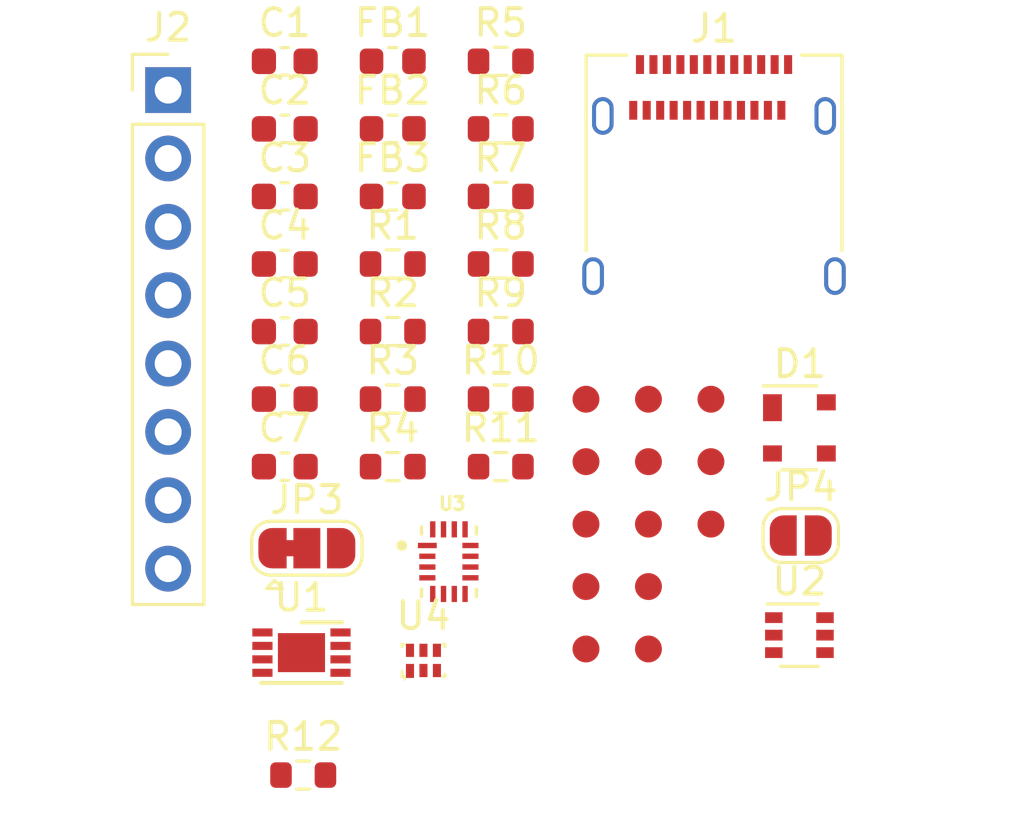
<source format=kicad_pcb>
(kicad_pcb (version 20221018) (generator pcbnew)
  (layers (0 "F.Cu" signal) (31 "B.Cu" signal) (34 "B.Paste" user) (35 "F.Paste" user) (36 "B.SilkS" user "B.Silkscreen") (37 "F.SilkS" user "F.Silkscreen") (38 "B.Mask" user) (39 "F.Mask" user) (44 "Edge.Cuts" user))
  (net 0 "")
  (net 1 "/SHIELD")
  (net 2 "GND")
  (net 3 "/VBUS_CONN")
  (net 4 "VBUS")
  (net 5 "VCC")
  (net 6 "/USB_D+")
  (net 7 "/USB_D-")
  (net 8 "/USB_GND")
  (net 9 "/TX+")
  (net 10 "/TX-")
  (net 11 "Net-(J1-CC1)")
  (net 12 "/SBU")
  (net 13 "/RX-")
  (net 14 "/RX+")
  (net 15 "Net-(J1-CC2)")
  (net 16 "/DAM_RX+")
  (net 17 "/DAM_RX-")
  (net 18 "/VTARGET")
  (net 19 "Net-(JP3-B)")
  (net 20 "/DAM_EN")
  (net 21 "/CC1")
  (net 22 "/CC2")
  (net 23 "/CC1_AMP")
  (net 24 "Net-(U1A--)")
  (net 25 "Net-(U1B--)")
  (net 26 "/CC2_AMP")
  (net 27 "/SWDCLK")
  (net 28 "/SWDIO")
  (net 34 "/~{EN}")
  (footprint "tuna-f1sh/jbr-kicad/Misc.pretty:TestPoint_Pad_D1.0mm_Tight" (layer "F.Cu") (at 154.275 103.665)
    (fp_text reference "TP5" hide)
    (fp_text value "TestPoint")
    (pad "1" smd circle (at 0 0) (size 1 1) (layers "F.Cu" "F.Mask") (net 4 "VBUS"))
  )
  (footprint "Capacitor_SMD:C_0603_1608Metric" (layer "F.Cu") (at 143.09 94.38)
    (fp_text reference "C6" (at 0 -1.43) (layer "F.SilkS"))
    (fp_text value "100nF")
    (fp_line (start -0.14058 -0.51) (end 0.14058 -0.51) (stroke (width 0.12)) (layer "F.SilkS"))
    (fp_line (start -0.14058 0.51) (end 0.14058 0.51) (stroke (width 0.12)) (layer "F.SilkS"))
    (pad "1" smd roundrect (at -0.775 0) (size 0.9 0.95) (layers "F.Cu" "F.Paste" "F.Mask") (net 5 "VCC"))
    (pad "2" smd roundrect (at 0.775 0) (size 0.9 0.95) (layers "F.Cu" "F.Paste" "F.Mask") (net 2 "GND"))
  )
  (footprint "tuna-f1sh/jbr-kicad/Misc.pretty:TestPoint_Pad_D1.0mm_Tight" (layer "F.Cu") (at 156.595 103.665)
    (fp_text reference "TP10" hide)
    (fp_text value "TestPoint")
    (pad "1" smd circle (at 0 0) (size 1 1) (layers "F.Cu" "F.Mask") (net 28 "/SWDIO"))
  )
  (footprint "Resistor_SMD:R_0603_1608Metric" (layer "F.Cu") (at 151.11 86.85)
    (fp_text reference "R7" (at 0 -1.43) (layer "F.SilkS"))
    (fp_text value "680R")
    (fp_line (start -0.237258 -0.5225) (end 0.237258 -0.5225) (stroke (width 0.12)) (layer "F.SilkS"))
    (fp_line (start -0.237258 0.5225) (end 0.237258 0.5225) (stroke (width 0.12)) (layer "F.SilkS"))
    (pad "1" smd roundrect (at -0.825 0) (size 0.8 0.95) (layers "F.Cu" "F.Paste" "F.Mask") (net 15 "Net-(J1-CC2)"))
    (pad "2" smd roundrect (at 0.825 0) (size 0.8 0.95) (layers "F.Cu" "F.Paste" "F.Mask") (net 22 "/CC2"))
  )
  (footprint "tuna-f1sh/jbr-kicad/Misc.pretty:TestPoint_Pad_D1.0mm_Tight" (layer "F.Cu") (at 158.915 96.705)
    (fp_text reference "TP12" hide)
    (fp_text value "TestPoint")
    (pad "1" smd circle (at 0 0) (size 1 1) (layers "F.Cu" "F.Mask") (net 21 "/CC1"))
  )
  (footprint "Capacitor_SMD:C_0603_1608Metric" (layer "F.Cu") (at 143.09 81.83)
    (fp_text reference "C1" (at 0 -1.43) (layer "F.SilkS"))
    (fp_text value "10nF")
    (fp_line (start -0.14058 -0.51) (end 0.14058 -0.51) (stroke (width 0.12)) (layer "F.SilkS"))
    (fp_line (start -0.14058 0.51) (end 0.14058 0.51) (stroke (width 0.12)) (layer "F.SilkS"))
    (pad "1" smd roundrect (at -0.775 0) (size 0.9 0.95) (layers "F.Cu" "F.Paste" "F.Mask") (net 1 "/SHIELD"))
    (pad "2" smd roundrect (at 0.775 0) (size 0.9 0.95) (layers "F.Cu" "F.Paste" "F.Mask") (net 2 "GND"))
  )
  (footprint "Resistor_SMD:R_0603_1608Metric" (layer "F.Cu") (at 147.1 94.38)
    (fp_text reference "R3" (at 0 -1.43) (layer "F.SilkS"))
    (fp_text value "5k1")
    (fp_line (start -0.237258 -0.5225) (end 0.237258 -0.5225) (stroke (width 0.12)) (layer "F.SilkS"))
    (fp_line (start -0.237258 0.5225) (end 0.237258 0.5225) (stroke (width 0.12)) (layer "F.SilkS"))
    (pad "1" smd roundrect (at -0.825 0) (size 0.8 0.95) (layers "F.Cu" "F.Paste" "F.Mask") (net 15 "Net-(J1-CC2)"))
    (pad "2" smd roundrect (at 0.825 0) (size 0.8 0.95) (layers "F.Cu" "F.Paste" "F.Mask") (net 2 "GND"))
  )
  (footprint "tuna-f1sh/jbr-kicad/Misc.pretty:TestPoint_Pad_D1.0mm_Tight" (layer "F.Cu") (at 154.275 99.025)
    (fp_text reference "TP3" hide)
    (fp_text value "TestPoint")
    (pad "1" smd circle (at 0 0) (size 1 1) (layers "F.Cu" "F.Mask") (net 10 "/TX-"))
  )
  (footprint "Resistor_SMD:R_0603_1608Metric" (layer "F.Cu") (at 151.11 96.89)
    (fp_text reference "R11" (at 0 -1.43) (layer "F.SilkS"))
    (fp_text value "10K")
    (fp_line (start -0.237258 -0.5225) (end 0.237258 -0.5225) (stroke (width 0.12)) (layer "F.SilkS"))
    (fp_line (start -0.237258 0.5225) (end 0.237258 0.5225) (stroke (width 0.12)) (layer "F.SilkS"))
    (pad "1" smd roundrect (at -0.825 0) (size 0.8 0.95) (layers "F.Cu" "F.Paste" "F.Mask") (net 26 "/CC2_AMP"))
    (pad "2" smd roundrect (at 0.825 0) (size 0.8 0.95) (layers "F.Cu" "F.Paste" "F.Mask") (net 25 "Net-(U1B--)"))
  )
  (footprint "Capacitor_SMD:C_0603_1608Metric" (layer "F.Cu") (at 143.09 84.34)
    (fp_text reference "C2" (at 0 -1.43) (layer "F.SilkS"))
    (fp_text value "10nF")
    (fp_line (start -0.14058 -0.51) (end 0.14058 -0.51) (stroke (width 0.12)) (layer "F.SilkS"))
    (fp_line (start -0.14058 0.51) (end 0.14058 0.51) (stroke (width 0.12)) (layer "F.SilkS"))
    (pad "1" smd roundrect (at -0.775 0) (size 0.9 0.95) (layers "F.Cu" "F.Paste" "F.Mask") (net 3 "/VBUS_CONN"))
    (pad "2" smd roundrect (at 0.775 0) (size 0.9 0.95) (layers "F.Cu" "F.Paste" "F.Mask") (net 2 "GND"))
  )
  (footprint "Capacitor_SMD:C_0603_1608Metric" (layer "F.Cu") (at 143.09 86.85)
    (fp_text reference "C3" (at 0 -1.43) (layer "F.SilkS"))
    (fp_text value "1uF")
    (fp_line (start -0.14058 -0.51) (end 0.14058 -0.51) (stroke (width 0.12)) (layer "F.SilkS"))
    (fp_line (start -0.14058 0.51) (end 0.14058 0.51) (stroke (width 0.12)) (layer "F.SilkS"))
    (pad "1" smd roundrect (at -0.775 0) (size 0.9 0.95) (layers "F.Cu" "F.Paste" "F.Mask") (net 3 "/VBUS_CONN"))
    (pad "2" smd roundrect (at 0.775 0) (size 0.9 0.95) (layers "F.Cu" "F.Paste" "F.Mask") (net 2 "GND"))
  )
  (footprint "Connector_USB:USB_C_Receptacle_Amphenol_12401610E4-2A" (layer "F.Cu") (at 159.03 86.97)
    (fp_text reference "J1" (at 0 -6.36) (layer "F.SilkS"))
    (fp_text value "USB_C_Receptacle")
    (fp_line (start -4.75 -5.37) (end -4.75 1.89) (stroke (width 0.12)) (layer "F.SilkS"))
    (fp_line (start -4.75 -5.37) (end -3.25 -5.37) (stroke (width 0.12)) (layer "F.SilkS"))
    (fp_line (start 3.25 -5.37) (end 4.75 -5.37) (stroke (width 0.12)) (layer "F.SilkS"))
    (fp_line (start 4.75 -5.37) (end 4.75 1.89) (stroke (width 0.12)) (layer "F.SilkS"))
    (pad "" np_thru_hole circle (at -3.6 -4.36) (size 0.65 0.65) (drill 0.65) (layers "*.Cu" "*.Mask"))
    (pad "" np_thru_hole oval (at 3.6 -4.36) (size 0.95 0.65) (drill oval 0.95 0.65) (layers "*.Cu" "*.Mask"))
    (pad "A1" smd rect (at -2.75 -5.02) (size 0.3 0.7) (layers "F.Cu" "F.Paste" "F.Mask") (net 8 "/USB_GND"))
    (pad "A2" smd rect (at -2.25 -5.02) (size 0.3 0.7) (layers "F.Cu" "F.Paste" "F.Mask") (net 9 "/TX+"))
    (pad "A3" smd rect (at -1.75 -5.02) (size 0.3 0.7) (layers "F.Cu" "F.Paste" "F.Mask") (net 10 "/TX-"))
    (pad "A4" smd rect (at -1.25 -5.02) (size 0.3 0.7) (layers "F.Cu" "F.Paste" "F.Mask") (net 3 "/VBUS_CONN"))
    (pad "A5" smd rect (at -0.75 -5.02) (size 0.3 0.7) (layers "F.Cu" "F.Paste" "F.Mask") (net 11 "Net-(J1-CC1)"))
    (pad "A6" smd rect (at -0.25 -5.02) (size 0.3 0.7) (layers "F.Cu" "F.Paste" "F.Mask") (net 6 "/USB_D+"))
    (pad "A7" smd rect (at 0.25 -5.02) (size 0.3 0.7) (layers "F.Cu" "F.Paste" "F.Mask") (net 7 "/USB_D-"))
    (pad "A8" smd rect (at 0.75 -5.02) (size 0.3 0.7) (layers "F.Cu" "F.Paste" "F.Mask") (net 12 "/SBU"))
    (pad "A9" smd rect (at 1.25 -5.02) (size 0.3 0.7) (layers "F.Cu" "F.Paste" "F.Mask") (net 3 "/VBUS_CONN"))
    (pad "A10" smd rect (at 1.75 -5.02) (size 0.3 0.7) (layers "F.Cu" "F.Paste" "F.Mask") (net 13 "/RX-"))
    (pad "A11" smd rect (at 2.25 -5.02) (size 0.3 0.7) (layers "F.Cu" "F.Paste" "F.Mask") (net 14 "/RX+"))
    (pad "A12" smd rect (at 2.75 -5.02) (size 0.3 0.7) (layers "F.Cu" "F.Paste" "F.Mask") (net 8 "/USB_GND"))
    (pad "B1" smd rect (at 2.5 -3.32) (size 0.3 0.7) (layers "F.Cu" "F.Paste" "F.Mask") (net 8 "/USB_GND"))
    (pad "B2" smd rect (at 2 -3.32) (size 0.3 0.7) (layers "F.Cu" "F.Paste" "F.Mask") (net 9 "/TX+"))
    (pad "B3" smd rect (at 1.5 -3.32) (size 0.3 0.7) (layers "F.Cu" "F.Paste" "F.Mask") (net 10 "/TX-"))
    (pad "B4" smd rect (at 1 -3.32) (size 0.3 0.7) (layers "F.Cu" "F.Paste" "F.Mask") (net 3 "/VBUS_CONN"))
    (pad "B5" smd rect (at 0.5 -3.32) (size 0.3 0.7) (layers "F.Cu" "F.Paste" "F.Mask") (net 15 "Net-(J1-CC2)"))
    (pad "B6" smd rect (at 0 -3.32) (size 0.3 0.7) (layers "F.Cu" "F.Paste" "F.Mask") (net 6 "/USB_D+"))
    (pad "B7" smd rect (at -0.5 -3.32) (size 0.3 0.7) (layers "F.Cu" "F.Paste" "F.Mask") (net 7 "/USB_D-"))
    (pad "B8" smd rect (at -1 -3.32) (size 0.3 0.7) (layers "F.Cu" "F.Paste" "F.Mask") (net 12 "/SBU"))
    (pad "B9" smd rect (at -1.5 -3.32) (size 0.3 0.7) (layers "F.Cu" "F.Paste" "F.Mask") (net 3 "/VBUS_CONN"))
    (pad "B10" smd rect (at -2 -3.32) (size 0.3 0.7) (layers "F.Cu" "F.Paste" "F.Mask") (net 13 "/RX-"))
    (pad "B11" smd rect (at -2.5 -3.32) (size 0.3 0.7) (layers "F.Cu" "F.Paste" "F.Mask") (net 14 "/RX+"))
    (pad "B12" smd rect (at -3 -3.32) (size 0.3 0.7) (layers "F.Cu" "F.Paste" "F.Mask") (net 8 "/USB_GND"))
    (pad "S1" thru_hole oval (at -4.49 2.84) (size 0.8 1.4) (drill oval 0.5 1.1) (layers "*.Cu" "*.Mask") (net 1 "/SHIELD"))
    (pad "S1" thru_hole oval (at -4.13 -3.11) (size 0.8 1.4) (drill oval 0.5 1.1) (layers "*.Cu" "*.Mask") (net 1 "/SHIELD"))
    (pad "S1" thru_hole oval (at 4.13 -3.11) (size 0.8 1.4) (drill oval 0.5 1.1) (layers "*.Cu" "*.Mask") (net 1 "/SHIELD"))
    (pad "S1" thru_hole oval (at 4.49 2.84) (size 0.8 1.4) (drill oval 0.5 1.1) (layers "*.Cu" "*.Mask") (net 1 "/SHIELD"))
  )
  (footprint "Resistor_SMD:R_0603_1608Metric" (layer "F.Cu") (at 147.1 91.87)
    (fp_text reference "R2" (at 0 -1.43) (layer "F.SilkS"))
    (fp_text value "5k1")
    (fp_line (start -0.237258 -0.5225) (end 0.237258 -0.5225) (stroke (width 0.12)) (layer "F.SilkS"))
    (fp_line (start -0.237258 0.5225) (end 0.237258 0.5225) (stroke (width 0.12)) (layer "F.SilkS"))
    (pad "1" smd roundrect (at -0.825 0) (size 0.8 0.95) (layers "F.Cu" "F.Paste" "F.Mask") (net 11 "Net-(J1-CC1)"))
    (pad "2" smd roundrect (at 0.825 0) (size 0.8 0.95) (layers "F.Cu" "F.Paste" "F.Mask") (net 2 "GND"))
  )
  (footprint "Capacitor_SMD:C_0603_1608Metric" (layer "F.Cu") (at 143.09 96.89)
    (fp_text reference "C7" (at 0 -1.43) (layer "F.SilkS"))
    (fp_text value "100nF")
    (fp_line (start -0.14058 -0.51) (end 0.14058 -0.51) (stroke (width 0.12)) (layer "F.SilkS"))
    (fp_line (start -0.14058 0.51) (end 0.14058 0.51) (stroke (width 0.12)) (layer "F.SilkS"))
    (pad "1" smd roundrect (at -0.775 0) (size 0.9 0.95) (layers "F.Cu" "F.Paste" "F.Mask") (net 5 "VCC"))
    (pad "2" smd roundrect (at 0.775 0) (size 0.9 0.95) (layers "F.Cu" "F.Paste" "F.Mask") (net 2 "GND"))
  )
  (footprint "Package_TO_SOT_SMD:SOT-363_SC-70-6" (layer "F.Cu") (at 162.2 103.15)
    (fp_text reference "U2" (at 0 -2) (layer "F.SilkS"))
    (fp_text value "SiP32431DR3")
    (fp_line (start -0.7 1.16) (end 0.7 1.16) (stroke (width 0.12)) (layer "F.SilkS"))
    (fp_line (start 0.7 -1.16) (end -1.2 -1.16) (stroke (width 0.12)) (layer "F.SilkS"))
    (pad "1" smd rect (at -0.95 -0.65) (size 0.65 0.4) (layers "F.Cu" "F.Paste" "F.Mask") (net 18 "/VTARGET"))
    (pad "2" smd rect (at -0.95 0) (size 0.65 0.4) (layers "F.Cu" "F.Paste" "F.Mask") (net 2 "GND"))
    (pad "3" smd rect (at -0.95 0.65) (size 0.65 0.4) (layers "F.Cu" "F.Paste" "F.Mask") (net 20 "/DAM_EN"))
    (pad "4" smd rect (at 0.95 0.65) (size 0.65 0.4) (layers "F.Cu" "F.Paste" "F.Mask") (net 5 "VCC"))
    (pad "5" smd rect (at 0.95 0) (size 0.65 0.4) (layers "F.Cu" "F.Paste" "F.Mask") (net 2 "GND"))
    (pad "6" smd rect (at 0.95 -0.65) (size 0.65 0.4) (layers "F.Cu" "F.Paste" "F.Mask"))
  )
  (footprint "Inductor_SMD:L_0603_1608Metric" (layer "F.Cu") (at 147.1 81.83)
    (fp_text reference "FB1" (at 0 -1.43) (layer "F.SilkS"))
    (fp_text value "120R/0.55A")
    (fp_line (start -0.162779 -0.51) (end 0.162779 -0.51) (stroke (width 0.12)) (layer "F.SilkS"))
    (fp_line (start -0.162779 0.51) (end 0.162779 0.51) (stroke (width 0.12)) (layer "F.SilkS"))
    (pad "1" smd roundrect (at -0.7875 0) (size 0.875 0.95) (layers "F.Cu" "F.Paste" "F.Mask") (net 1 "/SHIELD"))
    (pad "2" smd roundrect (at 0.7875 0) (size 0.875 0.95) (layers "F.Cu" "F.Paste" "F.Mask") (net 2 "GND"))
  )
  (footprint "tuna-f1sh/jbr-kicad/Misc.pretty:TestPoint_Pad_D1.0mm_Tight" (layer "F.Cu") (at 158.915 99.025)
    (fp_text reference "TP13" hide)
    (fp_text value "TestPoint")
    (pad "1" smd circle (at 0 0) (size 1 1) (layers "F.Cu" "F.Mask") (net 22 "/CC2"))
  )
  (footprint "Resistor_SMD:R_0603_1608Metric" (layer "F.Cu") (at 151.11 81.83)
    (fp_text reference "R5" (at 0 -1.43) (layer "F.SilkS"))
    (fp_text value "680R")
    (fp_line (start -0.237258 -0.5225) (end 0.237258 -0.5225) (stroke (width 0.12)) (layer "F.SilkS"))
    (fp_line (start -0.237258 0.5225) (end 0.237258 0.5225) (stroke (width 0.12)) (layer "F.SilkS"))
    (pad "1" smd roundrect (at -0.825 0) (size 0.8 0.95) (layers "F.Cu" "F.Paste" "F.Mask") (net 11 "Net-(J1-CC1)"))
    (pad "2" smd roundrect (at 0.825 0) (size 0.8 0.95) (layers "F.Cu" "F.Paste" "F.Mask") (net 21 "/CC1"))
  )
  (footprint "Resistor_SMD:R_0603_1608Metric" (layer "F.Cu") (at 151.11 91.87)
    (fp_text reference "R9" (at 0 -1.43) (layer "F.SilkS"))
    (fp_text value "5k1")
    (fp_line (start -0.237258 -0.5225) (end 0.237258 -0.5225) (stroke (width 0.12)) (layer "F.SilkS"))
    (fp_line (start -0.237258 0.5225) (end 0.237258 0.5225) (stroke (width 0.12)) (layer "F.SilkS"))
    (pad "1" smd roundrect (at -0.825 0) (size 0.8 0.95) (layers "F.Cu" "F.Paste" "F.Mask") (net 24 "Net-(U1A--)"))
    (pad "2" smd roundrect (at 0.825 0) (size 0.8 0.95) (layers "F.Cu" "F.Paste" "F.Mask") (net 2 "GND"))
  )
  (footprint "Capacitor_SMD:C_0603_1608Metric" (layer "F.Cu") (at 143.09 89.36)
    (fp_text reference "C4" (at 0 -1.43) (layer "F.SilkS"))
    (fp_text value "100nF")
    (fp_line (start -0.14058 -0.51) (end 0.14058 -0.51) (stroke (width 0.12)) (layer "F.SilkS"))
    (fp_line (start -0.14058 0.51) (end 0.14058 0.51) (stroke (width 0.12)) (layer "F.SilkS"))
    (pad "1" smd roundrect (at -0.775 0) (size 0.9 0.95) (layers "F.Cu" "F.Paste" "F.Mask") (net 4 "VBUS"))
    (pad "2" smd roundrect (at 0.775 0) (size 0.9 0.95) (layers "F.Cu" "F.Paste" "F.Mask") (net 2 "GND"))
  )
  (footprint "tuna-f1sh/jbr-kicad/Misc.pretty:TestPoint_Pad_D1.0mm_Tight" (layer "F.Cu") (at 156.595 96.705)
    (fp_text reference "TP7" hide)
    (fp_text value "TestPoint")
    (pad "1" smd circle (at 0 0) (size 1 1) (layers "F.Cu" "F.Mask") (net 13 "/RX-"))
  )
  (footprint "tuna-f1sh/jbr-kicad/Misc.pretty:TestPoint_Pad_D1.0mm_Tight" (layer "F.Cu") (at 156.595 94.385)
    (fp_text reference "TP6" hide)
    (fp_text value "TestPoint")
    (pad "1" smd circle (at 0 0) (size 1 1) (layers "F.Cu" "F.Mask") (net 16 "/DAM_RX+"))
  )
  (footprint "tuna-f1sh/jbr-kicad/Misc.pretty:TestPoint_Pad_D1.0mm_Tight" (layer "F.Cu") (at 156.595 101.345)
    (fp_text reference "TP9" hide)
    (fp_text value "TestPoint")
    (pad "1" smd circle (at 0 0) (size 1 1) (layers "F.Cu" "F.Mask") (net 27 "/SWDCLK"))
  )
  (footprint "Package_TO_SOT_SMD:SOT-143" (layer "F.Cu") (at 162.2 95.45)
    (fp_text reference "D1" (at 0.02 -2.38) (layer "F.SilkS"))
    (fp_text value "PRTR5V0U2X")
    (fp_line (start -0.65 1.56) (end 0.65 1.56) (stroke (width 0.12)) (layer "F.SilkS"))
    (fp_line (start 0.65 -1.56) (end -1.35 -1.56) (stroke (width 0.12)) (layer "F.SilkS"))
    (pad "1" smd rect (at -1 -0.75) (size 0.7 1) (layers "F.Cu" "F.Paste" "F.Mask") (net 2 "GND"))
    (pad "2" smd rect (at -1 0.95) (size 0.7 0.6) (layers "F.Cu" "F.Paste" "F.Mask") (net 6 "/USB_D+"))
    (pad "3" smd rect (at 1 0.95) (size 0.7 0.6) (layers "F.Cu" "F.Paste" "F.Mask") (net 7 "/USB_D-"))
    (pad "4" smd rect (at 1 -0.95) (size 0.7 0.6) (layers "F.Cu" "F.Paste" "F.Mask") (net 4 "VBUS"))
  )
  (footprint "Inductor_SMD:L_0603_1608Metric" (layer "F.Cu") (at 147.1 84.34)
    (fp_text reference "FB2" (at 0 -1.43) (layer "F.SilkS"))
    (fp_text value "120R/0.55A")
    (fp_line (start -0.162779 -0.51) (end 0.162779 -0.51) (stroke (width 0.12)) (layer "F.SilkS"))
    (fp_line (start -0.162779 0.51) (end 0.162779 0.51) (stroke (width 0.12)) (layer "F.SilkS"))
    (pad "1" smd roundrect (at -0.7875 0) (size 0.875 0.95) (layers "F.Cu" "F.Paste" "F.Mask") (net 3 "/VBUS_CONN"))
    (pad "2" smd roundrect (at 0.7875 0) (size 0.875 0.95) (layers "F.Cu" "F.Paste" "F.Mask") (net 4 "VBUS"))
  )
  (footprint "tuna-f1sh/jbr-kicad/Misc.pretty:TestPoint_Pad_D1.0mm_Tight" (layer "F.Cu") (at 154.275 94.385)
    (fp_text reference "TP1" hide)
    (fp_text value "TestPoint")
    (pad "1" smd circle (at 0 0) (size 1 1) (layers "F.Cu" "F.Mask") (net 12 "/SBU"))
  )
  (footprint "Resistor_SMD:R_0603_1608Metric" (layer "F.Cu") (at 147.1 96.89)
    (fp_text reference "R4" (at 0 -1.43) (layer "F.SilkS"))
    (fp_text value "22k")
    (fp_line (start -0.237258 -0.5225) (end 0.237258 -0.5225) (stroke (width 0.12)) (layer "F.SilkS"))
    (fp_line (start -0.237258 0.5225) (end 0.237258 0.5225) (stroke (width 0.12)) (layer "F.SilkS"))
    (pad "1" smd roundrect (at -0.825 0) (size 0.8 0.95) (layers "F.Cu" "F.Paste" "F.Mask") (net 20 "/DAM_EN"))
    (pad "2" smd roundrect (at 0.825 0) (size 0.8 0.95) (layers "F.Cu" "F.Paste" "F.Mask") (net 2 "GND"))
  )
  (footprint "tuna-f1sh/jbr-kicad/SnapEDA.pretty:IC_TMUX1574RSVR" (layer "F.Cu") (at 149.185 100.42)
    (fp_text reference "U3" (at 0.124 -2.1548) (layer "F.SilkS") (effects (font (size 0.48 0.48))))
    (fp_text value "TMUX1574RSVR")
    (fp_line (start -1.02 -1.3) (end -1.02 -1.02) (stroke (width 0.127)) (layer "F.SilkS"))
    (fp_line (start -1.02 1.02) (end -1.02 1.3) (stroke (width 0.127)) (layer "F.SilkS"))
    (fp_line (start 1.02 -1.3) (end 1.02 -1.02) (stroke (width 0.127)) (layer "F.SilkS"))
    (fp_line (start 1.02 1.02) (end 1.02 1.3) (stroke (width 0.127)) (layer "F.SilkS"))
    (fp_circle (center -1.75 -0.6) (end -1.65 -0.6) (stroke (width 0.2)) (fill none) (layer "F.SilkS"))
    (pad "1" smd roundrect (at -0.8 -0.6) (size 0.7 0.2) (layers "F.Cu" "F.Paste" "F.Mask") (roundrect_rratio 0.03) (net 9 "/TX+"))
    (pad "2" smd roundrect (at -0.8 -0.2) (size 0.6 0.2) (layers "F.Cu" "F.Paste" "F.Mask") (roundrect_rratio 0.03) (net 28 "/SWDIO"))
    (pad "3" smd roundrect (at -0.8 0.2) (size 0.6 0.2) (layers "F.Cu" "F.Paste" "F.Mask") (roundrect_rratio 0.03))
    (pad "4" smd roundrect (at -0.8 0.6) (size 0.6 0.2) (layers "F.Cu" "F.Paste" "F.Mask") (roundrect_rratio 0.03) (net 10 "/TX-"))
    (pad "5" smd roundrect (at -0.6 1.2) (size 0.2 0.6) (layers "F.Cu" "F.Paste" "F.Mask") (roundrect_rratio 0.07) (net 27 "/SWDCLK"))
    (pad "6" smd roundrect (at -0.2 1.2) (size 0.2 0.6) (layers "F.Cu" "F.Paste" "F.Mask") (roundrect_rratio 0.07) (net 2 "GND"))
    (pad "7" smd roundrect (at 0.2 1.2) (size 0.2 0.6) (layers "F.Cu" "F.Paste" "F.Mask") (roundrect_rratio 0.07) (net 16 "/DAM_RX+"))
    (pad "8" smd roundrect (at 0.6 1.2) (size 0.2 0.6) (layers "F.Cu" "F.Paste" "F.Mask") (roundrect_rratio 0.07) (net 14 "/RX+"))
    (pad "9" smd roundrect (at 0.8 0.6) (size 0.6 0.2) (layers "F.Cu" "F.Paste" "F.Mask") (roundrect_rratio 0.03))
    (pad "10" smd roundrect (at 0.8 0.2) (size 0.6 0.2) (layers "F.Cu" "F.Paste" "F.Mask") (roundrect_rratio 0.03) (net 17 "/DAM_RX-"))
    (pad "11" smd roundrect (at 0.8 -0.2) (size 0.6 0.2) (layers "F.Cu" "F.Paste" "F.Mask") (roundrect_rratio 0.03) (net 13 "/RX-"))
    (pad "12" smd roundrect (at 0.8 -0.6) (size 0.6 0.2) (layers "F.Cu" "F.Paste" "F.Mask") (roundrect_rratio 0.03))
    (pad "13" smd roundrect (at 0.6 -1.2) (size 0.2 0.6) (layers "F.Cu" "F.Paste" "F.Mask") (roundrect_rratio 0.07) (net 34 "/~{EN}"))
    (pad "14" smd roundrect (at 0.2 -1.2) (size 0.2 0.6) (layers "F.Cu" "F.Paste" "F.Mask") (roundrect_rratio 0.07) (net 5 "VCC"))
    (pad "15" smd roundrect (at -0.2 -1.2) (size 0.2 0.6) (layers "F.Cu" "F.Paste" "F.Mask") (roundrect_rratio 0.07) (net 20 "/DAM_EN"))
    (pad "16" smd roundrect (at -0.6 -1.2) (size 0.2 0.6) (layers "F.Cu" "F.Paste" "F.Mask") (roundrect_rratio 0.07))
  )
  (footprint "Package_DFN_QFN:DFN-8-1EP_3x2mm_P0.5mm_EP1.75x1.45mm" (layer "F.Cu") (at 143.71 103.8)
    (fp_text reference "U1" (at 0 -2.05) (layer "F.SilkS"))
    (fp_text value "MCP6002-xMC")
    (fp_line (start -1.5 1.125) (end 1.5 1.125) (stroke (width 0.15)) (layer "F.SilkS"))
    (fp_line (start 0 -1.125) (end 1.5 -1.125) (stroke (width 0.15)) (layer "F.SilkS"))
    (pad "1" smd rect (at -1.45 -0.75) (size 0.75 0.3) (layers "F.Cu" "F.Paste" "F.Mask") (net 23 "/CC1_AMP"))
    (pad "2" smd rect (at -1.45 -0.25) (size 0.75 0.3) (layers "F.Cu" "F.Paste" "F.Mask") (net 24 "Net-(U1A--)"))
    (pad "3" smd rect (at -1.45 0.25) (size 0.75 0.3) (layers "F.Cu" "F.Paste" "F.Mask") (net 21 "/CC1"))
    (pad "4" smd rect (at -1.45 0.75) (size 0.75 0.3) (layers "F.Cu" "F.Paste" "F.Mask") (net 2 "GND"))
    (pad "5" smd rect (at 1.45 0.75) (size 0.75 0.3) (layers "F.Cu" "F.Paste" "F.Mask") (net 22 "/CC2"))
    (pad "6" smd rect (at 1.45 0.25) (size 0.75 0.3) (layers "F.Cu" "F.Paste" "F.Mask") (net 25 "Net-(U1B--)"))
    (pad "7" smd rect (at 1.45 -0.25) (size 0.75 0.3) (layers "F.Cu" "F.Paste" "F.Mask") (net 26 "/CC2_AMP"))
    (pad "8" smd rect (at 1.45 -0.75) (size 0.75 0.3) (layers "F.Cu" "F.Paste" "F.Mask") (net 5 "VCC"))
    (pad "9" smd rect (at 0 0) (size 1.75 1.45) (layers "F.Cu" "F.Mask") (net 2 "GND"))
  )
  (footprint "digikey/digikey-kicad-library/digikey-footprints.pretty:UFDFN-6_1.45x1mm" (layer "F.Cu") (at 148.24 104.09)
    (fp_text reference "U4" (at 0 -1.66) (layer "F.SilkS"))
    (fp_text value "74LVC1G08")
    (fp_line (start -0.8 -0.6) (end -0.8 -0.5) (stroke (width 0.1)) (layer "F.SilkS"))
    (fp_line (start -0.8 0.4) (end -0.8 0.6) (stroke (width 0.1)) (layer "F.SilkS"))
    (fp_line (start -0.8 0.6) (end -0.7 0.6) (stroke (width 0.1)) (layer "F.SilkS"))
    (fp_line (start -0.7 -0.6) (end -0.8 -0.6) (stroke (width 0.1)) (layer "F.SilkS"))
    (fp_line (start -0.7 0.6) (end -0.7 0.7) (stroke (width 0.1)) (layer "F.SilkS"))
    (fp_line (start 0.7 -0.6) (end 0.8 -0.6) (stroke (width 0.1)) (layer "F.SilkS"))
    (fp_line (start 0.7 0.6) (end 0.8 0.6) (stroke (width 0.1)) (layer "F.SilkS"))
    (fp_line (start 0.8 -0.6) (end 0.8 -0.5) (stroke (width 0.1)) (layer "F.SilkS"))
    (fp_line (start 0.8 0.6) (end 0.8 0.5) (stroke (width 0.1)) (layer "F.SilkS"))
    (pad "1" smd rect (at -0.5 0.39) (size 0.3 0.52) (layers "F.Cu" "F.Paste" "F.Mask") (net 23 "/CC1_AMP"))
    (pad "2" smd rect (at 0 0.375) (size 0.3 0.49) (layers "F.Cu" "F.Paste" "F.Mask") (net 26 "/CC2_AMP"))
    (pad "3" smd rect (at 0.5 0.375) (size 0.3 0.49) (layers "F.Cu" "F.Paste" "F.Mask") (net 2 "GND"))
    (pad "4" smd rect (at 0.5 -0.375) (size 0.3 0.49) (layers "F.Cu" "F.Paste" "F.Mask") (net 20 "/DAM_EN"))
    (pad "5" smd rect (at 0 -0.375) (size 0.3 0.49) (layers "F.Cu" "F.Paste" "F.Mask") (net 5 "VCC"))
    (pad "6" smd rect (at -0.5 -0.375) (size 0.3 0.49) (layers "F.Cu" "F.Paste" "F.Mask"))
  )
  (footprint "Connector_PinHeader_2.54mm:PinHeader_1x08_P2.54mm_Vertical" (layer "F.Cu") (at 138.76 82.9)
    (fp_text reference "J2" (at 0 -2.33) (layer "F.SilkS"))
    (fp_text value "Conn_01x08_Pin")
    (fp_line (start -1.33 -1.33) (end 0 -1.33) (stroke (width 0.12)) (layer "F.SilkS"))
    (fp_line (start -1.33 0) (end -1.33 -1.33) (stroke (width 0.12)) (layer "F.SilkS"))
    (fp_line (start -1.33 1.27) (end -1.33 19.11) (stroke (width 0.12)) (layer "F.SilkS"))
    (fp_line (start -1.33 1.27) (end 1.33 1.27) (stroke (width 0.12)) (layer "F.SilkS"))
    (fp_line (start -1.33 19.11) (end 1.33 19.11) (stroke (width 0.12)) (layer "F.SilkS"))
    (fp_line (start 1.33 1.27) (end 1.33 19.11) (stroke (width 0.12)) (layer "F.SilkS"))
    (pad "1" thru_hole rect (at 0 0) (size 1.7 1.7) (drill 1) (layers "*.Cu" "*.Mask") (net 4 "VBUS"))
    (pad "2" thru_hole oval (at 0 2.54) (size 1.7 1.7) (drill 1) (layers "*.Cu" "*.Mask") (net 5 "VCC"))
    (pad "3" thru_hole oval (at 0 5.08) (size 1.7 1.7) (drill 1) (layers "*.Cu" "*.Mask") (net 28 "/SWDIO"))
    (pad "4" thru_hole oval (at 0 7.62) (size 1.7 1.7) (drill 1) (layers "*.Cu" "*.Mask") (net 27 "/SWDCLK"))
    (pad "5" thru_hole oval (at 0 10.16) (size 1.7 1.7) (drill 1) (layers "*.Cu" "*.Mask") (net 16 "/DAM_RX+"))
    (pad "6" thru_hole oval (at 0 12.7) (size 1.7 1.7) (drill 1) (layers "*.Cu" "*.Mask") (net 17 "/DAM_RX-"))
    (pad "7" thru_hole oval (at 0 15.24) (size 1.7 1.7) (drill 1) (layers "*.Cu" "*.Mask") (net 34 "/~{EN}"))
    (pad "8" thru_hole oval (at 0 17.78) (size 1.7 1.7) (drill 1) (layers "*.Cu" "*.Mask") (net 2 "GND"))
  )
  (footprint "Resistor_SMD:R_0603_1608Metric" (layer "F.Cu") (at 151.11 94.38)
    (fp_text reference "R10" (at 0 -1.43) (layer "F.SilkS"))
    (fp_text value "5k1")
    (fp_line (start -0.237258 -0.5225) (end 0.237258 -0.5225) (stroke (width 0.12)) (layer "F.SilkS"))
    (fp_line (start -0.237258 0.5225) (end 0.237258 0.5225) (stroke (width 0.12)) (layer "F.SilkS"))
    (pad "1" smd roundrect (at -0.825 0) (size 0.8 0.95) (layers "F.Cu" "F.Paste" "F.Mask") (net 25 "Net-(U1B--)"))
    (pad "2" smd roundrect (at 0.825 0) (size 0.8 0.95) (layers "F.Cu" "F.Paste" "F.Mask") (net 2 "GND"))
  )
  (footprint "Jumper:SolderJumper-2_P1.3mm_Open_RoundedPad1.0x1.5mm" (layer "F.Cu") (at 162.25 99.45)
    (fp_text reference "JP4" (at 0 -1.8) (layer "F.SilkS"))
    (fp_text value "SolderJumper_2_Open")
    (fp_line (start -1.4 0.3) (end -1.4 -0.3) (stroke (width 0.12)) (layer "F.SilkS"))
    (fp_line (start -0.7 -1) (end 0.7 -1) (stroke (width 0.12)) (layer "F.SilkS"))
    (fp_line (start 0.7 1) (end -0.7 1) (stroke (width 0.12)) (layer "F.SilkS"))
    (fp_line (start 1.4 -0.3) (end 1.4 0.3) (stroke (width 0.12)) (layer "F.SilkS"))
    (fp_arc (start -1.4 -0.3) (mid -1.194975 -0.794975) (end -0.7 -1) (stroke (width 0.12)) (layer "F.SilkS"))
    (fp_arc (start -0.7 1) (mid -1.194975 0.794975) (end -1.4 0.3) (stroke (width 0.12)) (layer "F.SilkS"))
    (fp_arc (start 0.7 -1) (mid 1.194975 -0.794975) (end 1.4 -0.3) (stroke (width 0.12)) (layer "F.SilkS"))
    (fp_arc (start 1.4 0.3) (mid 1.194975 0.794975) (end 0.7 1) (stroke (width 0.12)) (layer "F.SilkS"))
    (pad "1" smd custom (at -0.65 0) (size 1 0.5) (layers "F.Cu" "F.Mask") (net 5 "VCC") (options (clearance outline) (anchor rect)) (primitives (gr_circle (center 0 0.25) (end 0.5 0.25) (width 0) (fill yes)) (gr_circle (center 0 -0.25) (end 0.5 -0.25) (width 0) (fill yes)) (gr_poly (pts (xy 0.5 0.75) (xy 0 0.75) (xy 0 -0.75) (xy 0.5 -0.75)) (width 0) (fill yes))))
    (pad "2" smd custom (at 0.65 0) (size 1 0.5) (layers "F.Cu" "F.Mask") (net 18 "/VTARGET") (options (clearance outline) (anchor rect)) (primitives (gr_circle (center 0 0.25) (end 0.5 0.25) (width 0) (fill yes)) (gr_circle (center 0 -0.25) (end 0.5 -0.25) (width 0) (fill yes)) (gr_poly (pts (xy 0 0.75) (xy -0.5 0.75) (xy -0.5 -0.75) (xy 0 -0.75)) (width 0) (fill yes))))
  )
  (footprint "tuna-f1sh/jbr-kicad/Misc.pretty:TestPoint_Pad_D1.0mm_Tight" (layer "F.Cu") (at 156.595 99.025)
    (fp_text reference "TP8" hide)
    (fp_text value "TestPoint")
    (pad "1" smd circle (at 0 0) (size 1 1) (layers "F.Cu" "F.Mask") (net 14 "/RX+"))
  )
  (footprint "Resistor_SMD:R_0603_1608Metric" (layer "F.Cu") (at 143.775 108.35)
    (fp_text reference "R12" (at 0 -1.43) (layer "F.SilkS"))
    (fp_text value "22k")
    (fp_line (start -0.237258 -0.5225) (end 0.237258 -0.5225) (stroke (width 0.12)) (layer "F.SilkS"))
    (fp_line (start -0.237258 0.5225) (end 0.237258 0.5225) (stroke (width 0.12)) (layer "F.SilkS"))
    (pad "1" smd roundrect (at -0.825 0) (size 0.8 0.95) (layers "F.Cu" "F.Paste" "F.Mask") (net 34 "/~{EN}"))
    (pad "2" smd roundrect (at 0.825 0) (size 0.8 0.95) (layers "F.Cu" "F.Paste" "F.Mask") (net 2 "GND"))
  )
  (footprint "Resistor_SMD:R_0603_1608Metric" (layer "F.Cu") (at 151.11 84.34)
    (fp_text reference "R6" (at 0 -1.43) (layer "F.SilkS"))
    (fp_text value "680R")
    (fp_line (start -0.237258 -0.5225) (end 0.237258 -0.5225) (stroke (width 0.12)) (layer "F.SilkS"))
    (fp_line (start -0.237258 0.5225) (end 0.237258 0.5225) (stroke (width 0.12)) (layer "F.SilkS"))
    (pad "1" smd roundrect (at -0.825 0) (size 0.8 0.95) (layers "F.Cu" "F.Paste" "F.Mask") (net 19 "Net-(JP3-B)"))
    (pad "2" smd roundrect (at 0.825 0) (size 0.8 0.95) (layers "F.Cu" "F.Paste" "F.Mask") (net 20 "/DAM_EN"))
  )
  (footprint "Inductor_SMD:L_0603_1608Metric" (layer "F.Cu") (at 147.1 86.85)
    (fp_text reference "FB3" (at 0 -1.43) (layer "F.SilkS"))
    (fp_text value "120R/0.55A")
    (fp_line (start -0.162779 -0.51) (end 0.162779 -0.51) (stroke (width 0.12)) (layer "F.SilkS"))
    (fp_line (start -0.162779 0.51) (end 0.162779 0.51) (stroke (width 0.12)) (layer "F.SilkS"))
    (pad "1" smd roundrect (at -0.7875 0) (size 0.875 0.95) (layers "F.Cu" "F.Paste" "F.Mask") (net 8 "/USB_GND"))
    (pad "2" smd roundrect (at 0.7875 0) (size 0.875 0.95) (layers "F.Cu" "F.Paste" "F.Mask") (net 2 "GND"))
  )
  (footprint "tuna-f1sh/jbr-kicad/Misc.pretty:TestPoint_Pad_D1.0mm_Tight" (layer "F.Cu") (at 154.275 101.345)
    (fp_text reference "TP4" hide)
    (fp_text value "TestPoint")
    (pad "1" smd circle (at 0 0) (size 1 1) (layers "F.Cu" "F.Mask") (net 9 "/TX+"))
  )
  (footprint "Capacitor_SMD:C_0603_1608Metric" (layer "F.Cu") (at 143.09 91.87)
    (fp_text reference "C5" (at 0 -1.43) (layer "F.SilkS"))
    (fp_text value "100nF")
    (fp_line (start -0.14058 -0.51) (end 0.14058 -0.51) (stroke (width 0.12)) (layer "F.SilkS"))
    (fp_line (start -0.14058 0.51) (end 0.14058 0.51) (stroke (width 0.12)) (layer "F.SilkS"))
    (pad "1" smd roundrect (at -0.775 0) (size 0.9 0.95) (layers "F.Cu" "F.Paste" "F.Mask") (net 3 "/VBUS_CONN"))
    (pad "2" smd roundrect (at 0.775 0) (size 0.9 0.95) (layers "F.Cu" "F.Paste" "F.Mask") (net 2 "GND"))
  )
  (footprint "Resistor_SMD:R_0603_1608Metric" (layer "F.Cu") (at 151.11 89.36)
    (fp_text reference "R8" (at 0 -1.43) (layer "F.SilkS"))
    (fp_text value "10K")
    (fp_line (start -0.237258 -0.5225) (end 0.237258 -0.5225) (stroke (width 0.12)) (layer "F.SilkS"))
    (fp_line (start -0.237258 0.5225) (end 0.237258 0.5225) (stroke (width 0.12)) (layer "F.SilkS"))
    (pad "1" smd roundrect (at -0.825 0) (size 0.8 0.95) (layers "F.Cu" "F.Paste" "F.Mask") (net 23 "/CC1_AMP"))
    (pad "2" smd roundrect (at 0.825 0) (size 0.8 0.95) (layers "F.Cu" "F.Paste" "F.Mask") (net 24 "Net-(U1A--)"))
  )
  (footprint "tuna-f1sh/jbr-kicad/Misc.pretty:TestPoint_Pad_D1.0mm_Tight" (layer "F.Cu") (at 154.275 96.705)
    (fp_text reference "TP2" hide)
    (fp_text value "TestPoint")
    (pad "1" smd circle (at 0 0) (size 1 1) (layers "F.Cu" "F.Mask") (net 20 "/DAM_EN"))
  )
  (footprint "Jumper:SolderJumper-3_P1.3mm_Bridged12_RoundedPad1.0x1.5mm" (layer "F.Cu") (at 143.91 99.92)
    (fp_text reference "JP3" (at 0 -1.8) (layer "F.SilkS"))
    (fp_text value "SolderJumper_3_Bridged12")
    (fp_poly (pts (xy -0.9 -0.3) (xy -0.4 -0.3) (xy -0.4 0.3) (xy -0.9 0.3)) (fill solid) (layer "F.Cu"))
    (fp_line (start -2.05 0.3) (end -2.05 -0.3) (stroke (width 0.12)) (layer "F.SilkS"))
    (fp_line (start -1.5 1.5) (end -0.9 1.5) (stroke (width 0.12)) (layer "F.SilkS"))
    (fp_line (start -1.4 -1) (end 1.4 -1) (stroke (width 0.12)) (layer "F.SilkS"))
    (fp_line (start -1.2 1.2) (end -1.5 1.5) (stroke (width 0.12)) (layer "F.SilkS"))
    (fp_line (start -1.2 1.2) (end -0.9 1.5) (stroke (width 0.12)) (layer "F.SilkS"))
    (fp_line (start 1.4 1) (end -1.4 1) (stroke (width 0.12)) (layer "F.SilkS"))
    (fp_line (start 2.05 -0.3) (end 2.05 0.3) (stroke (width 0.12)) (layer "F.SilkS"))
    (fp_arc (start -2.05 -0.3) (mid -1.844975 -0.794975) (end -1.35 -1) (stroke (width 0.12)) (layer "F.SilkS"))
    (fp_arc (start -1.35 1) (mid -1.844975 0.794975) (end -2.05 0.3) (stroke (width 0.12)) (layer "F.SilkS"))
    (fp_arc (start 1.35 -1) (mid 1.844975 -0.794975) (end 2.05 -0.3) (stroke (width 0.12)) (layer "F.SilkS"))
    (fp_arc (start 2.05 0.3) (mid 1.844975 0.794975) (end 1.35 1) (stroke (width 0.12)) (layer "F.SilkS"))
    (pad "1" smd custom (at -1.3 0) (size 1 0.5) (layers "F.Cu" "F.Mask") (net 18 "/VTARGET") (options (clearance outline) (anchor rect)) (primitives (gr_circle (center 0 0.25) (end 0.5 0.25) (width 0) (fill yes)) (gr_circle (center 0 -0.25) (end 0.5 -0.25) (width 0) (fill yes)) (gr_poly (pts (xy 0.55 0.75) (xy 0 0.75) (xy 0 -0.75) (xy 0.55 -0.75)) (width 0) (fill yes))))
    (pad "2" smd rect (at 0 0) (size 1 1.5) (layers "F.Cu" "F.Mask") (net 12 "/SBU"))
    (pad "3" smd custom (at 1.3 0) (size 1 0.5) (layers "F.Cu" "F.Mask") (net 19 "Net-(JP3-B)") (options (clearance outline) (anchor rect)) (primitives (gr_circle (center 0 0.25) (end 0.5 0.25) (width 0) (fill yes)) (gr_circle (center 0 -0.25) (end 0.5 -0.25) (width 0) (fill yes)) (gr_poly (pts (xy 0 0.75) (xy -0.55 0.75) (xy -0.55 -0.75) (xy 0 -0.75)) (width 0) (fill yes))))
  )
  (footprint "Resistor_SMD:R_0603_1608Metric" (layer "F.Cu") (at 147.1 89.36)
    (fp_text reference "R1" (at 0 -1.43) (layer "F.SilkS"))
    (fp_text value "10K")
    (fp_line (start -0.237258 -0.5225) (end 0.237258 -0.5225) (stroke (width 0.12)) (layer "F.SilkS"))
    (fp_line (start -0.237258 0.5225) (end 0.237258 0.5225) (stroke (width 0.12)) (layer "F.SilkS"))
    (pad "1" smd roundrect (at -0.825 0) (size 0.8 0.95) (layers "F.Cu" "F.Paste" "F.Mask") (net 1 "/SHIELD"))
    (pad "2" smd roundrect (at 0.825 0) (size 0.8 0.95) (layers "F.Cu" "F.Paste" "F.Mask") (net 2 "GND"))
  )
  (footprint "tuna-f1sh/jbr-kicad/Misc.pretty:TestPoint_Pad_D1.0mm_Tight" (layer "F.Cu") (at 158.915 94.385)
    (fp_text reference "TP11" hide)
    (fp_text value "TestPoint")
    (pad "1" smd circle (at 0 0) (size 1 1) (layers "F.Cu" "F.Mask") (net 17 "/DAM_RX-"))
  )
)
</source>
